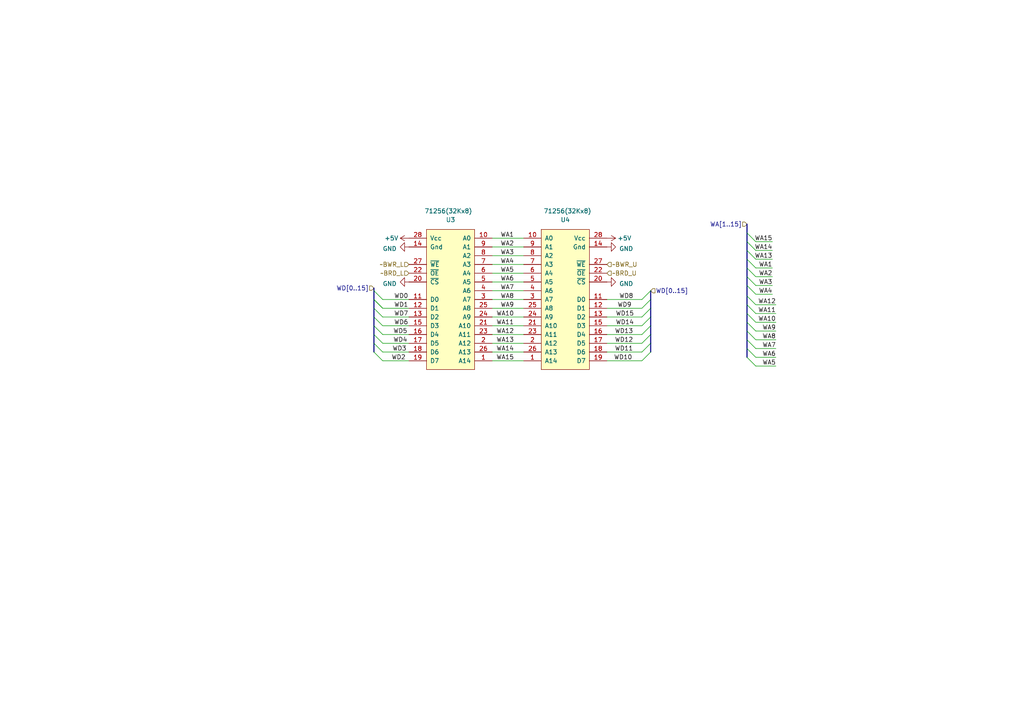
<source format=kicad_sch>
(kicad_sch (version 20230121) (generator eeschema)
  (paper "A4")
  (lib_symbols
    (symbol "68000:71256(32Kx8)" (pin_names (offset 1.016))
      (property "Reference" "U" (at 1.27 -45.72 0))
      (property "Value" "71256(32Kx8)" (at 1.27 -2.54 0))
      (symbol "71256(32Kx8)_1_1"
        (rectangle (start -6.35 -3.81) (end 7.62 -44.45) (fill (type background)))
        (pin input line (at 12.7 -41.91 180) (length 5.08) (name "A14") (number "1"))
        (pin input line (at 12.7 -6.35 180) (length 5.08) (name "A0") (number "10"))
        (pin bidirectional line (at -11.43 -24.13 0) (length 5.08) (name "D0") (number "11"))
        (pin bidirectional line (at -11.43 -26.67 0) (length 5.08) (name "D1") (number "12"))
        (pin bidirectional line (at -11.43 -29.21 0) (length 5.08) (name "D2") (number "13"))
        (pin power_in line (at -11.43 -8.89 0) (length 5.08) (name "Gnd") (number "14"))
        (pin bidirectional line (at -11.43 -31.75 0) (length 5.08) (name "D3") (number "15"))
        (pin bidirectional line (at -11.43 -34.29 0) (length 5.08) (name "D4") (number "16"))
        (pin bidirectional line (at -11.43 -36.83 0) (length 5.08) (name "D5") (number "17"))
        (pin bidirectional line (at -11.43 -39.37 0) (length 5.08) (name "D6") (number "18"))
        (pin bidirectional line (at -11.43 -41.91 0) (length 5.08) (name "D7") (number "19"))
        (pin input line (at 12.7 -36.83 180) (length 5.08) (name "A12") (number "2"))
        (pin input line (at -11.43 -19.05 0) (length 5.08) (name "~{CS}") (number "20"))
        (pin input line (at 12.7 -31.75 180) (length 5.08) (name "A10") (number "21"))
        (pin input line (at -11.43 -16.51 0) (length 5.08) (name "~{OE}") (number "22"))
        (pin input line (at 12.7 -34.29 180) (length 5.08) (name "A11") (number "23"))
        (pin input line (at 12.7 -29.21 180) (length 5.08) (name "A9") (number "24"))
        (pin input line (at 12.7 -26.67 180) (length 5.08) (name "A8") (number "25"))
        (pin input line (at 12.7 -39.37 180) (length 5.08) (name "A13") (number "26"))
        (pin input line (at -11.43 -13.97 0) (length 5.08) (name "~{WE}") (number "27"))
        (pin power_in line (at -11.43 -6.35 0) (length 5.08) (name "Vcc") (number "28"))
        (pin input line (at 12.7 -24.13 180) (length 5.08) (name "A7") (number "3"))
        (pin input line (at 12.7 -21.59 180) (length 5.08) (name "A6") (number "4"))
        (pin input line (at 12.7 -19.05 180) (length 5.08) (name "A5") (number "5"))
        (pin input line (at 12.7 -16.51 180) (length 5.08) (name "A4") (number "6"))
        (pin input line (at 12.7 -13.97 180) (length 5.08) (name "A3") (number "7"))
        (pin input line (at 12.7 -11.43 180) (length 5.08) (name "A2") (number "8"))
        (pin input line (at 12.7 -8.89 180) (length 5.08) (name "A1") (number "9"))
      )
    )
    (symbol "power:+5V" (power) (pin_names (offset 0))
      (property "Value" "+5V" (at 0 3.556 0))
      (symbol "+5V_0_1"
        (polyline (pts (xy -0.762 1.27) (xy 0 2.54)))
        (polyline (pts (xy 0 0) (xy 0 2.54)))
        (polyline (pts (xy 0 2.54) (xy 0.762 1.27)))
      )
      (symbol "+5V_1_1"
        (pin power_in line (at 0 0 90) (length 0) hide (name "+5V") (number "1"))
      )
    )
    (symbol "power:GND" (power) (pin_names (offset 0))
      (property "Value" "GND" (at 0 -3.81 0))
      (symbol "GND_0_1"
        (polyline (pts (xy 0 0) (xy 0 -1.27) (xy 1.27 -1.27) (xy 0 -2.54) (xy -1.27 -1.27) (xy 0 -1.27)))
      )
      (symbol "GND_1_1"
        (pin power_in line (at 0 0 270) (length 0) hide (name "GND") (number "1"))
      )
    )
  )
  (bus_entry (at 186.182 94.488) (size 2.54 -2.54))
  (bus_entry (at 186.182 102.108) (size 2.54 -2.54))
  (bus_entry (at 219.202 82.804) (size -2.54 -2.54))
  (bus_entry (at 219.202 88.392) (size -2.54 -2.54))
  (bus_entry (at 219.202 70.104) (size -2.54 -2.54))
  (bus_entry (at 110.998 97.028) (size -2.54 -2.54))
  (bus_entry (at 110.998 86.868) (size -2.54 -2.54))
  (bus_entry (at 110.998 104.648) (size -2.54 -2.54))
  (bus_entry (at 219.202 90.932) (size -2.54 -2.54))
  (bus_entry (at 219.202 75.184) (size -2.54 -2.54))
  (bus_entry (at 219.202 103.632) (size -2.54 -2.54))
  (bus_entry (at 219.202 77.724) (size -2.54 -2.54))
  (bus_entry (at 110.998 89.408) (size -2.54 -2.54))
  (bus_entry (at 219.202 72.644) (size -2.54 -2.54))
  (bus_entry (at 110.998 102.108) (size -2.54 -2.54))
  (bus_entry (at 186.182 91.948) (size 2.54 -2.54))
  (bus_entry (at 110.998 91.948) (size -2.54 -2.54))
  (bus_entry (at 110.998 99.568) (size -2.54 -2.54))
  (bus_entry (at 219.202 93.472) (size -2.54 -2.54))
  (bus_entry (at 186.182 86.868) (size 2.54 -2.54))
  (bus_entry (at 219.202 80.264) (size -2.54 -2.54))
  (bus_entry (at 219.202 101.092) (size -2.54 -2.54))
  (bus_entry (at 186.182 104.648) (size 2.54 -2.54))
  (bus_entry (at 219.202 98.552) (size -2.54 -2.54))
  (bus_entry (at 186.182 89.408) (size 2.54 -2.54))
  (bus_entry (at 110.998 94.488) (size -2.54 -2.54))
  (bus_entry (at 219.202 96.012) (size -2.54 -2.54))
  (bus_entry (at 186.182 97.028) (size 2.54 -2.54))
  (bus_entry (at 219.202 85.344) (size -2.54 -2.54))
  (bus_entry (at 186.182 99.568) (size 2.54 -2.54))
  (bus_entry (at 219.202 106.172) (size -2.54 -2.54))
  (bus_entry (at 110.998 89.408) (size -2.54 -2.54))
  (bus (pts (xy 188.722 86.868) (xy 188.722 89.408)))
  (bus (pts (xy 216.662 65.024) (xy 216.662 67.564)))
  (bus (pts (xy 108.458 89.408) (xy 108.458 91.948)))
  (wire (pts (xy 142.748 94.488) (xy 151.892 94.488)))
  (wire (pts (xy 224.028 80.264) (xy 219.202 80.264)))
  (wire (pts (xy 110.998 102.108) (xy 118.618 102.108)))
  (wire (pts (xy 142.748 91.948) (xy 151.892 91.948)))
  (bus (pts (xy 216.662 90.932) (xy 216.662 93.472)))
  (wire (pts (xy 142.748 71.628) (xy 151.892 71.628)))
  (bus (pts (xy 188.722 91.948) (xy 188.722 94.488)))
  (wire (pts (xy 110.998 97.028) (xy 118.618 97.028)))
  (bus (pts (xy 216.662 72.644) (xy 216.662 75.184)))
  (wire (pts (xy 225.044 93.472) (xy 219.202 93.472)))
  (bus (pts (xy 188.722 84.328) (xy 188.722 86.868)))
  (wire (pts (xy 142.748 74.168) (xy 151.892 74.168)))
  (wire (pts (xy 110.998 104.648) (xy 118.618 104.648)))
  (wire (pts (xy 225.044 88.392) (xy 219.202 88.392)))
  (wire (pts (xy 224.028 72.644) (xy 219.202 72.644)))
  (wire (pts (xy 176.022 102.108) (xy 186.182 102.108)))
  (wire (pts (xy 224.028 75.184) (xy 219.202 75.184)))
  (wire (pts (xy 142.748 104.648) (xy 151.892 104.648)))
  (wire (pts (xy 176.022 91.948) (xy 186.182 91.948)))
  (wire (pts (xy 225.044 101.092) (xy 219.202 101.092)))
  (bus (pts (xy 108.458 86.868) (xy 108.458 89.408)))
  (bus (pts (xy 216.662 85.852) (xy 216.662 88.392)))
  (bus (pts (xy 188.722 94.488) (xy 188.722 97.028)))
  (wire (pts (xy 225.044 103.632) (xy 219.202 103.632)))
  (wire (pts (xy 142.748 84.328) (xy 151.892 84.328)))
  (bus (pts (xy 216.662 96.012) (xy 216.662 98.552)))
  (wire (pts (xy 142.748 99.568) (xy 151.892 99.568)))
  (wire (pts (xy 225.044 96.012) (xy 219.202 96.012)))
  (wire (pts (xy 142.748 69.088) (xy 151.892 69.088)))
  (wire (pts (xy 142.748 79.248) (xy 151.892 79.248)))
  (bus (pts (xy 216.662 101.092) (xy 216.662 98.552)))
  (bus (pts (xy 216.662 75.184) (xy 216.662 77.724)))
  (bus (pts (xy 216.662 101.092) (xy 216.662 103.632)))
  (wire (pts (xy 176.022 86.868) (xy 186.182 86.868)))
  (bus (pts (xy 108.458 97.028) (xy 108.458 99.568)))
  (wire (pts (xy 142.748 86.868) (xy 151.892 86.868)))
  (bus (pts (xy 108.458 99.568) (xy 108.458 102.108)))
  (wire (pts (xy 110.998 91.948) (xy 118.618 91.948)))
  (bus (pts (xy 216.662 67.564) (xy 216.662 70.104)))
  (wire (pts (xy 176.022 99.568) (xy 186.182 99.568)))
  (wire (pts (xy 142.748 81.788) (xy 151.892 81.788)))
  (wire (pts (xy 142.748 97.028) (xy 151.892 97.028)))
  (bus (pts (xy 216.662 70.104) (xy 216.662 72.644)))
  (wire (pts (xy 176.022 94.488) (xy 186.182 94.488)))
  (bus (pts (xy 216.662 88.392) (xy 216.662 90.932)))
  (wire (pts (xy 225.044 90.932) (xy 219.202 90.932)))
  (wire (pts (xy 224.028 85.344) (xy 219.202 85.344)))
  (wire (pts (xy 176.022 104.648) (xy 186.182 104.648)))
  (wire (pts (xy 142.748 76.708) (xy 151.892 76.708)))
  (bus (pts (xy 108.458 84.328) (xy 108.458 86.868)))
  (bus (pts (xy 188.722 99.568) (xy 188.722 102.108)))
  (wire (pts (xy 224.028 70.104) (xy 219.202 70.104)))
  (wire (pts (xy 142.748 89.408) (xy 151.892 89.408)))
  (bus (pts (xy 108.458 83.566) (xy 108.458 84.328)))
  (bus (pts (xy 108.458 91.948) (xy 108.458 94.488)))
  (bus (pts (xy 108.458 94.488) (xy 108.458 97.028)))
  (wire (pts (xy 224.028 82.804) (xy 219.202 82.804)))
  (wire (pts (xy 176.022 97.028) (xy 186.182 97.028)))
  (wire (pts (xy 110.998 86.868) (xy 118.618 86.868)))
  (wire (pts (xy 224.028 77.724) (xy 219.202 77.724)))
  (wire (pts (xy 225.044 98.552) (xy 219.202 98.552)))
  (wire (pts (xy 110.998 99.568) (xy 118.618 99.568)))
  (bus (pts (xy 188.722 97.028) (xy 188.722 99.568)))
  (wire (pts (xy 142.748 102.108) (xy 151.892 102.108)))
  (bus (pts (xy 216.662 77.724) (xy 216.662 80.264)))
  (bus (pts (xy 216.662 93.472) (xy 216.662 96.012)))
  (bus (pts (xy 216.662 85.852) (xy 216.662 82.804)))
  (wire (pts (xy 225.044 106.172) (xy 219.202 106.172)))
  (wire (pts (xy 110.998 89.408) (xy 118.618 89.408)))
  (bus (pts (xy 188.722 89.408) (xy 188.722 91.948)))
  (bus (pts (xy 216.662 80.264) (xy 216.662 82.804)))
  (wire (pts (xy 176.022 89.408) (xy 186.182 89.408)))
  (wire (pts (xy 110.998 94.488) (xy 118.618 94.488)))
  (label "WA8" (at 225.044 98.552 180))
  (label "WA11" (at 225.044 90.932 180))
  (label "WA7" (at 225.044 101.092 180))
  (label "WA2" (at 149.098 71.628 180))
  (label "WD6" (at 114.3 94.488 0))
  (label "WA9" (at 149.098 89.408 180))
  (label "WA13" (at 224.028 75.184 180))
  (label "WD10" (at 178.054 104.648 0))
  (label "WA1" (at 224.028 77.724 180))
  (label "WA12" (at 149.098 97.028 180))
  (label "WD3" (at 113.792 102.108 0))
  (label "WA15" (at 224.028 70.104 180))
  (label "WD5" (at 114.046 97.028 0))
  (label "WA6" (at 225.044 103.632 180))
  (label "WD2" (at 113.538 104.648 0))
  (label "WD1" (at 114.3 89.408 0))
  (label "WA10" (at 149.098 91.948 180))
  (label "WA7" (at 149.098 84.328 180))
  (label "WA14" (at 149.098 102.108 180))
  (label "WA15" (at 149.098 104.648 180))
  (label "WA5" (at 149.098 79.248 180))
  (label "WA2" (at 224.028 80.264 180))
  (label "WA3" (at 224.028 82.804 180))
  (label "WA12" (at 225.044 88.392 180))
  (label "WD15" (at 178.562 91.948 0))
  (label "WA8" (at 149.098 86.868 180))
  (label "WA14" (at 224.028 72.644 180))
  (label "WD8" (at 179.578 86.868 0))
  (label "WD9" (at 179.07 89.408 0))
  (label "WD11" (at 178.308 102.108 0))
  (label "WD13" (at 178.308 97.028 0))
  (label "WA6" (at 149.098 81.788 180))
  (label "WA10" (at 225.044 93.472 180))
  (label "WA13" (at 149.098 99.568 180))
  (label "WA4" (at 149.098 76.708 180))
  (label "WA3" (at 149.098 74.168 180))
  (label "WA9" (at 225.044 96.012 180))
  (label "WA1" (at 149.098 69.088 180))
  (label "WA11" (at 149.098 94.488 180))
  (label "WD0" (at 114.3 86.868 0))
  (label "WA5" (at 225.044 106.172 180))
  (label "WD4" (at 114.046 99.568 0))
  (label "WD7" (at 114.3 91.948 0))
  (label "WD12" (at 178.308 99.568 0))
  (label "WA4" (at 224.028 85.344 180))
  (label "WD14" (at 178.562 94.488 0))
  (hierarchical_label "~BRD_U" (shape input) (at 176.022 79.248 0))
  (hierarchical_label "~BWR_U" (shape input) (at 176.022 76.708 0))
  (hierarchical_label "WD[0..15]" (shape input) (at 108.458 83.566 180))
  (hierarchical_label "~BWR_L" (shape input) (at 118.618 76.708 180))
  (hierarchical_label "WD[0..15]" (shape input) (at 188.722 84.328 0))
  (hierarchical_label "~BRD_L" (shape input) (at 118.618 79.248 180))
  (hierarchical_label "WA[1..15]" (shape input) (at 216.662 65.024 180))
  (symbol (lib_id "power:GND") (at 118.618 81.788 270) (mirror x) (unit 1)
    (property "Reference" "#PWR01" (effects hide))
    (property "Value" "GND" (at 115.062 82.296 90) (effects (justify right)))
    (instances (project "VGA" (path "" (reference "#PWR01") (unit 1)) (path "" (reference "#PWR0138") (unit 1)) (path "" (reference "#PWR0174") (unit 1))))
  )
  (symbol (lib_id "power:+5V") (at 118.618 69.088 90) (mirror x) (unit 1)
    (property "Reference" "#PWR0109" (effects hide))
    (property "Value" "+5V" (at 115.57 69.088 90) (effects (justify left)))
    (instances (project "VGA" (path "" (reference "#PWR0109") (unit 1)) (path "" (reference "#PWR0136") (unit 1)) (path "" (reference "#PWR0172") (unit 1))))
  )
  (symbol (lib_id "power:GND") (at 118.618 71.628 270) (mirror x) (unit 1)
    (property "Reference" "#PWR01" (effects hide))
    (property "Value" "GND" (at 115.062 72.136 90) (effects (justify right)))
    (instances (project "VGA" (path "" (reference "#PWR01") (unit 1)) (path "" (reference "#PWR0137") (unit 1)) (path "" (reference "#PWR0173") (unit 1))))
  )
  (symbol (lib_id "power:GND") (at 176.022 71.628 90) (unit 1)
    (property "Reference" "#PWR01" (effects hide))
    (property "Value" "GND" (at 179.578 72.136 90) (effects (justify right)))
    (instances (project "VGA" (path "" (reference "#PWR01") (unit 1)) (path "" (reference "#PWR0134") (unit 1)) (path "" (reference "#PWR0176") (unit 1))))
  )
  (symbol (lib_id "power:+5V") (at 176.022 69.088 270) (unit 1)
    (property "Reference" "#PWR0109" (effects hide))
    (property "Value" "+5V" (at 179.07 69.088 90) (effects (justify left)))
    (instances (project "VGA" (path "" (reference "#PWR0109") (unit 1)) (path "" (reference "#PWR0133") (unit 1)) (path "" (reference "#PWR0175") (unit 1))))
  )
  (symbol (lib_id "power:GND") (at 176.022 81.788 90) (unit 1)
    (property "Reference" "#PWR01" (effects hide))
    (property "Value" "GND" (at 179.578 82.296 90) (effects (justify right)))
    (instances (project "VGA" (path "" (reference "#PWR01") (unit 1)) (path "" (reference "#PWR0135") (unit 1)) (path "" (reference "#PWR0177") (unit 1))))
  )
  (symbol (lib_id "68000:71256(32Kx8)") (at 164.592 62.738 0) (mirror y) (unit 1)
    (property "Reference" "U4" (at 163.957 63.754 0))
    (property "Value" "71256(32Kx8)" (at 164.592 61.214 0))
    (property "Footprint" "68000:DIP-28" (effects hide))
    (instances (project "VGA" (path "" (reference "U4") (unit 1)) (path "" (reference "U29") (unit 1))))
  )
  (symbol (lib_id "68000:71256(32Kx8)") (at 130.048 62.738 0) (unit 1)
    (property "Reference" "U3" (at 130.683 63.754 0))
    (property "Value" "71256(32Kx8)" (at 130.048 61.214 0))
    (property "Footprint" "68000:DIP-28" (effects hide))
    (instances (project "VGA" (path "" (reference "U3") (unit 1)) (path "" (reference "U30") (unit 1))))
  )
)
</source>
